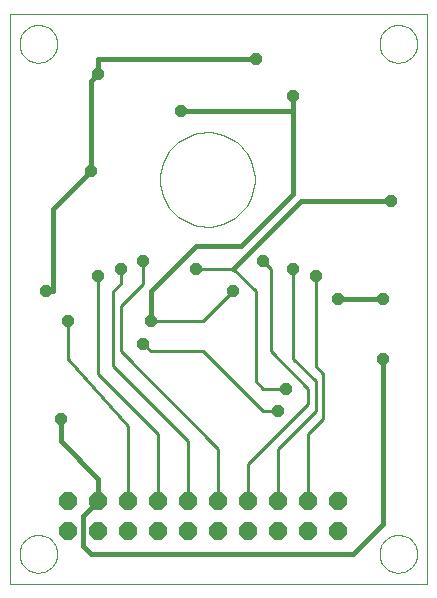
<source format=gbl>
G75*
G70*
%OFA0B0*%
%FSLAX24Y24*%
%IPPOS*%
%LPD*%
%AMOC8*
5,1,8,0,0,1.08239X$1,22.5*
%
%ADD10C,0.0000*%
%ADD11OC8,0.0600*%
%ADD12C,0.0160*%
%ADD13OC8,0.0396*%
%ADD14C,0.0090*%
D10*
X003849Y000762D02*
X003849Y019758D01*
X017719Y019758D01*
X017719Y000762D01*
X003849Y000762D01*
X004154Y001760D02*
X004157Y001817D01*
X004164Y001874D01*
X004177Y001930D01*
X004195Y001984D01*
X004218Y002037D01*
X004246Y002087D01*
X004278Y002135D01*
X004314Y002179D01*
X004354Y002220D01*
X004398Y002258D01*
X004444Y002291D01*
X004494Y002319D01*
X004546Y002343D01*
X004600Y002363D01*
X004656Y002377D01*
X004712Y002386D01*
X004770Y002390D01*
X004827Y002389D01*
X004884Y002382D01*
X004940Y002370D01*
X004995Y002354D01*
X005048Y002332D01*
X005099Y002306D01*
X005147Y002275D01*
X005193Y002240D01*
X005235Y002200D01*
X005273Y002158D01*
X005307Y002111D01*
X005337Y002062D01*
X005362Y002011D01*
X005382Y001957D01*
X005398Y001902D01*
X005408Y001846D01*
X005413Y001789D01*
X005413Y001731D01*
X005408Y001674D01*
X005398Y001618D01*
X005382Y001563D01*
X005362Y001509D01*
X005337Y001458D01*
X005307Y001409D01*
X005273Y001362D01*
X005235Y001320D01*
X005193Y001280D01*
X005147Y001245D01*
X005099Y001214D01*
X005048Y001188D01*
X004995Y001166D01*
X004940Y001150D01*
X004884Y001138D01*
X004827Y001131D01*
X004770Y001130D01*
X004712Y001134D01*
X004656Y001143D01*
X004600Y001157D01*
X004546Y001177D01*
X004494Y001201D01*
X004444Y001229D01*
X004398Y001262D01*
X004354Y001300D01*
X004314Y001341D01*
X004278Y001385D01*
X004246Y001433D01*
X004218Y001483D01*
X004195Y001536D01*
X004177Y001590D01*
X004164Y001646D01*
X004157Y001703D01*
X004154Y001760D01*
X008841Y014238D02*
X008848Y014381D01*
X008867Y014523D01*
X008899Y014663D01*
X008944Y014799D01*
X009001Y014931D01*
X009070Y015056D01*
X009150Y015175D01*
X009241Y015287D01*
X009341Y015389D01*
X009450Y015482D01*
X009567Y015565D01*
X009691Y015636D01*
X009822Y015697D01*
X009957Y015745D01*
X010096Y015780D01*
X010237Y015803D01*
X010380Y015813D01*
X010523Y015809D01*
X010666Y015793D01*
X010806Y015764D01*
X010943Y015722D01*
X011076Y015668D01*
X011203Y015602D01*
X011324Y015525D01*
X011438Y015437D01*
X011542Y015339D01*
X011638Y015232D01*
X011723Y015117D01*
X011798Y014994D01*
X011861Y014865D01*
X011912Y014732D01*
X011950Y014593D01*
X011976Y014452D01*
X011989Y014310D01*
X011989Y014166D01*
X011976Y014024D01*
X011950Y013883D01*
X011912Y013744D01*
X011861Y013611D01*
X011798Y013482D01*
X011723Y013359D01*
X011638Y013244D01*
X011542Y013137D01*
X011438Y013039D01*
X011324Y012951D01*
X011204Y012874D01*
X011076Y012808D01*
X010943Y012754D01*
X010806Y012712D01*
X010666Y012683D01*
X010523Y012667D01*
X010380Y012663D01*
X010237Y012673D01*
X010096Y012696D01*
X009957Y012731D01*
X009822Y012779D01*
X009691Y012840D01*
X009567Y012911D01*
X009450Y012994D01*
X009341Y013087D01*
X009241Y013189D01*
X009150Y013301D01*
X009070Y013420D01*
X009001Y013545D01*
X008944Y013677D01*
X008899Y013813D01*
X008867Y013953D01*
X008848Y014095D01*
X008841Y014238D01*
X004154Y018760D02*
X004157Y018817D01*
X004164Y018874D01*
X004177Y018930D01*
X004195Y018984D01*
X004218Y019037D01*
X004246Y019087D01*
X004278Y019135D01*
X004314Y019179D01*
X004354Y019220D01*
X004398Y019258D01*
X004444Y019291D01*
X004494Y019319D01*
X004546Y019343D01*
X004600Y019363D01*
X004656Y019377D01*
X004712Y019386D01*
X004770Y019390D01*
X004827Y019389D01*
X004884Y019382D01*
X004940Y019370D01*
X004995Y019354D01*
X005048Y019332D01*
X005099Y019306D01*
X005147Y019275D01*
X005193Y019240D01*
X005235Y019200D01*
X005273Y019158D01*
X005307Y019111D01*
X005337Y019062D01*
X005362Y019011D01*
X005382Y018957D01*
X005398Y018902D01*
X005408Y018846D01*
X005413Y018789D01*
X005413Y018731D01*
X005408Y018674D01*
X005398Y018618D01*
X005382Y018563D01*
X005362Y018509D01*
X005337Y018458D01*
X005307Y018409D01*
X005273Y018362D01*
X005235Y018320D01*
X005193Y018280D01*
X005147Y018245D01*
X005099Y018214D01*
X005048Y018188D01*
X004995Y018166D01*
X004940Y018150D01*
X004884Y018138D01*
X004827Y018131D01*
X004770Y018130D01*
X004712Y018134D01*
X004656Y018143D01*
X004600Y018157D01*
X004546Y018177D01*
X004494Y018201D01*
X004444Y018229D01*
X004398Y018262D01*
X004354Y018300D01*
X004314Y018341D01*
X004278Y018385D01*
X004246Y018433D01*
X004218Y018483D01*
X004195Y018536D01*
X004177Y018590D01*
X004164Y018646D01*
X004157Y018703D01*
X004154Y018760D01*
X016154Y018760D02*
X016157Y018817D01*
X016164Y018874D01*
X016177Y018930D01*
X016195Y018984D01*
X016218Y019037D01*
X016246Y019087D01*
X016278Y019135D01*
X016314Y019179D01*
X016354Y019220D01*
X016398Y019258D01*
X016444Y019291D01*
X016494Y019319D01*
X016546Y019343D01*
X016600Y019363D01*
X016656Y019377D01*
X016712Y019386D01*
X016770Y019390D01*
X016827Y019389D01*
X016884Y019382D01*
X016940Y019370D01*
X016995Y019354D01*
X017048Y019332D01*
X017099Y019306D01*
X017147Y019275D01*
X017193Y019240D01*
X017235Y019200D01*
X017273Y019158D01*
X017307Y019111D01*
X017337Y019062D01*
X017362Y019011D01*
X017382Y018957D01*
X017398Y018902D01*
X017408Y018846D01*
X017413Y018789D01*
X017413Y018731D01*
X017408Y018674D01*
X017398Y018618D01*
X017382Y018563D01*
X017362Y018509D01*
X017337Y018458D01*
X017307Y018409D01*
X017273Y018362D01*
X017235Y018320D01*
X017193Y018280D01*
X017147Y018245D01*
X017099Y018214D01*
X017048Y018188D01*
X016995Y018166D01*
X016940Y018150D01*
X016884Y018138D01*
X016827Y018131D01*
X016770Y018130D01*
X016712Y018134D01*
X016656Y018143D01*
X016600Y018157D01*
X016546Y018177D01*
X016494Y018201D01*
X016444Y018229D01*
X016398Y018262D01*
X016354Y018300D01*
X016314Y018341D01*
X016278Y018385D01*
X016246Y018433D01*
X016218Y018483D01*
X016195Y018536D01*
X016177Y018590D01*
X016164Y018646D01*
X016157Y018703D01*
X016154Y018760D01*
X016154Y001760D02*
X016157Y001817D01*
X016164Y001874D01*
X016177Y001930D01*
X016195Y001984D01*
X016218Y002037D01*
X016246Y002087D01*
X016278Y002135D01*
X016314Y002179D01*
X016354Y002220D01*
X016398Y002258D01*
X016444Y002291D01*
X016494Y002319D01*
X016546Y002343D01*
X016600Y002363D01*
X016656Y002377D01*
X016712Y002386D01*
X016770Y002390D01*
X016827Y002389D01*
X016884Y002382D01*
X016940Y002370D01*
X016995Y002354D01*
X017048Y002332D01*
X017099Y002306D01*
X017147Y002275D01*
X017193Y002240D01*
X017235Y002200D01*
X017273Y002158D01*
X017307Y002111D01*
X017337Y002062D01*
X017362Y002011D01*
X017382Y001957D01*
X017398Y001902D01*
X017408Y001846D01*
X017413Y001789D01*
X017413Y001731D01*
X017408Y001674D01*
X017398Y001618D01*
X017382Y001563D01*
X017362Y001509D01*
X017337Y001458D01*
X017307Y001409D01*
X017273Y001362D01*
X017235Y001320D01*
X017193Y001280D01*
X017147Y001245D01*
X017099Y001214D01*
X017048Y001188D01*
X016995Y001166D01*
X016940Y001150D01*
X016884Y001138D01*
X016827Y001131D01*
X016770Y001130D01*
X016712Y001134D01*
X016656Y001143D01*
X016600Y001157D01*
X016546Y001177D01*
X016494Y001201D01*
X016444Y001229D01*
X016398Y001262D01*
X016354Y001300D01*
X016314Y001341D01*
X016278Y001385D01*
X016246Y001433D01*
X016218Y001483D01*
X016195Y001536D01*
X016177Y001590D01*
X016164Y001646D01*
X016157Y001703D01*
X016154Y001760D01*
D11*
X014784Y002510D03*
X014784Y003510D03*
X013784Y003510D03*
X013784Y002510D03*
X012784Y002510D03*
X012784Y003510D03*
X011784Y003510D03*
X011784Y002510D03*
X010784Y002510D03*
X010784Y003510D03*
X009784Y003510D03*
X009784Y002510D03*
X008784Y002510D03*
X008784Y003510D03*
X007784Y003510D03*
X007784Y002510D03*
X006784Y002510D03*
X006784Y003510D03*
X005784Y003510D03*
X005784Y002510D03*
D12*
X006284Y002010D02*
X006284Y003010D01*
X006784Y003510D01*
X006784Y004260D01*
X005534Y005510D01*
X005534Y006260D01*
X008534Y009510D02*
X008534Y010510D01*
X010034Y012010D01*
X011534Y012010D01*
X013284Y013760D01*
X013284Y016510D01*
X009534Y016510D01*
X012034Y018260D02*
X006784Y018260D01*
X006784Y017760D01*
X006534Y017510D01*
X006534Y014510D01*
X005284Y013260D01*
X005284Y010510D01*
X005034Y010510D01*
X011284Y011260D02*
X013534Y013510D01*
X016534Y013510D01*
X016284Y010260D02*
X014784Y010260D01*
X016284Y008260D02*
X016284Y002760D01*
X015284Y001760D01*
X006534Y001760D01*
X006284Y002010D01*
X013284Y016510D02*
X013284Y017010D01*
D13*
X013284Y017010D03*
X012034Y018260D03*
X009534Y016510D03*
X006784Y017760D03*
X006534Y014510D03*
X008284Y011510D03*
X007534Y011260D03*
X006784Y011010D03*
X005784Y009510D03*
X005034Y010510D03*
X008284Y008760D03*
X008534Y009510D03*
X010034Y011260D03*
X011284Y010510D03*
X012284Y011510D03*
X013284Y011260D03*
X014034Y011010D03*
X014784Y010260D03*
X016284Y010260D03*
X016284Y008260D03*
X013034Y007260D03*
X012784Y006510D03*
X016534Y013510D03*
X005534Y006260D03*
D14*
X006784Y007760D02*
X008784Y005760D01*
X008784Y003510D01*
X007784Y003510D02*
X007784Y006010D01*
X005784Y008260D01*
X005784Y009510D01*
X006784Y011010D02*
X006784Y007760D01*
X007284Y008010D02*
X007284Y010510D01*
X007534Y010760D01*
X007534Y011260D01*
X008284Y011510D02*
X008284Y010760D01*
X007534Y010010D01*
X007534Y008510D01*
X010784Y005260D01*
X010784Y003510D01*
X009784Y003510D02*
X009784Y005510D01*
X007284Y008010D01*
X008284Y008760D02*
X008534Y008510D01*
X010284Y008510D01*
X012284Y006510D01*
X012784Y006510D01*
X013034Y007260D02*
X012284Y007260D01*
X012034Y007510D01*
X012034Y010510D01*
X011284Y011260D01*
X010034Y011260D01*
X011284Y010510D02*
X010284Y009510D01*
X008534Y009510D01*
X012284Y011510D02*
X012534Y011260D01*
X012534Y008510D01*
X013784Y007260D01*
X013784Y006760D01*
X011784Y004760D01*
X011784Y003510D01*
X012784Y003510D02*
X012784Y005260D01*
X014034Y006510D01*
X014034Y007510D01*
X013284Y008260D01*
X013284Y011260D01*
X014034Y011010D02*
X014034Y008010D01*
X014284Y007760D01*
X014284Y006260D01*
X013784Y005760D01*
X013784Y003510D01*
M02*

</source>
